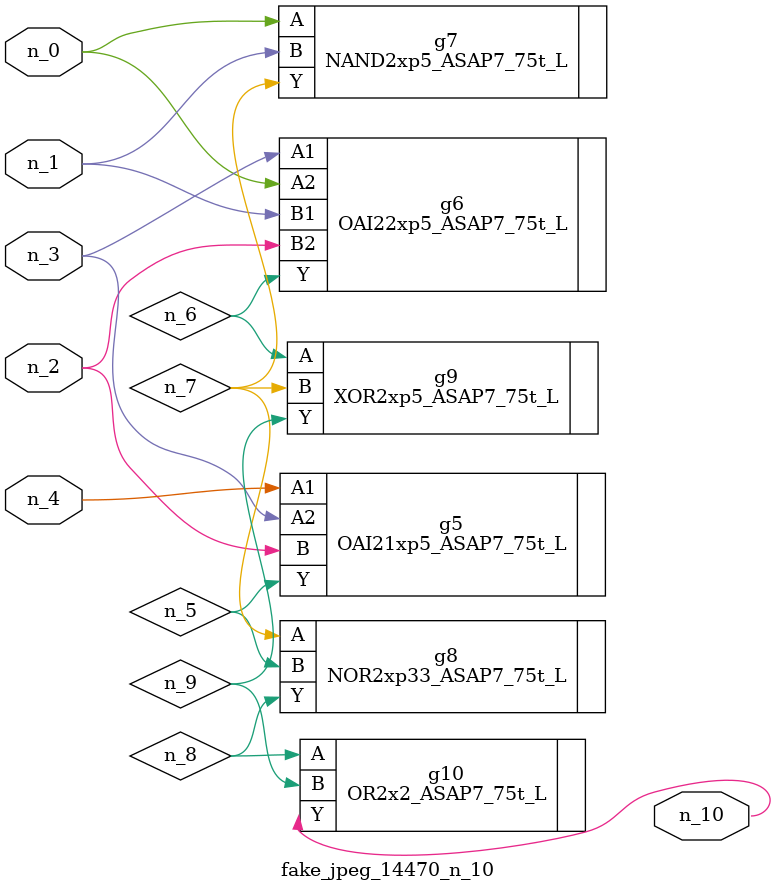
<source format=v>
module fake_jpeg_14470_n_10 (n_3, n_2, n_1, n_0, n_4, n_10);

input n_3;
input n_2;
input n_1;
input n_0;
input n_4;

output n_10;

wire n_8;
wire n_9;
wire n_6;
wire n_5;
wire n_7;

OAI21xp5_ASAP7_75t_L g5 ( 
.A1(n_4),
.A2(n_3),
.B(n_2),
.Y(n_5)
);

OAI22xp5_ASAP7_75t_L g6 ( 
.A1(n_3),
.A2(n_0),
.B1(n_1),
.B2(n_2),
.Y(n_6)
);

NAND2xp5_ASAP7_75t_L g7 ( 
.A(n_0),
.B(n_1),
.Y(n_7)
);

NOR2xp33_ASAP7_75t_L g8 ( 
.A(n_7),
.B(n_5),
.Y(n_8)
);

OR2x2_ASAP7_75t_L g10 ( 
.A(n_8),
.B(n_9),
.Y(n_10)
);

XOR2xp5_ASAP7_75t_L g9 ( 
.A(n_6),
.B(n_7),
.Y(n_9)
);


endmodule
</source>
